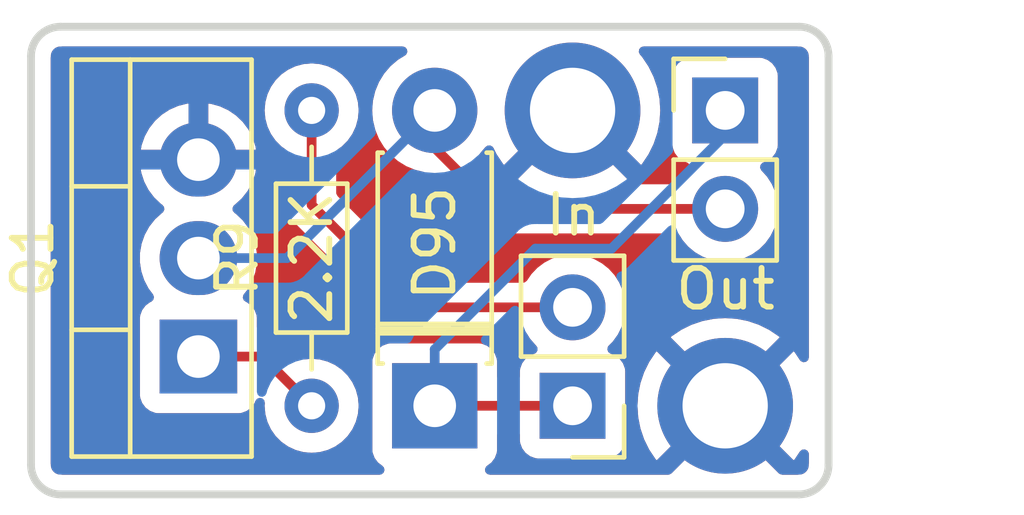
<source format=kicad_pcb>
(kicad_pcb (version 20211014) (generator pcbnew)
  (layers (0 "F.Cu" signal) (31 "B.Cu" signal) (34 "B.Paste" user) (35 "F.Paste" user) (36 "B.SilkS" user "B.Silkscreen") (37 "F.SilkS" user "F.Silkscreen") (38 "B.Mask" user) (39 "F.Mask" user) (44 "Edge.Cuts" user))
  (net 0 "")
  (net 1 "GND")
  (net 2 "+5V")
  (footprint "Diode_THT:D_DO-41_SOD81_P7.62mm_Horizontal" (layer "F.Cu") (at 94.488 36.83 90)
    (fp_text reference "D95" (at 4.191 0 90) (layer "F.SilkS"))
    (fp_text value "1N4001")
    (fp_line (start 6.53 -1.47) (end 6.53 -1.34) (layer "F.SilkS") (width 0.12))
    (fp_line (start 1.09 -1.47) (end 6.53 -1.47) (layer "F.SilkS") (width 0.12))
    (fp_line (start 1.87 -1.47) (end 1.87 1.47) (layer "F.SilkS") (width 0.12))
    (fp_line (start 6.53 1.47) (end 6.53 1.34) (layer "F.SilkS") (width 0.12))
    (fp_line (start 1.99 -1.47) (end 1.99 1.47) (layer "F.SilkS") (width 0.12))
    (fp_line (start 1.09 1.34) (end 1.09 1.47) (layer "F.SilkS") (width 0.12))
    (fp_line (start 1.09 1.47) (end 6.53 1.47) (layer "F.SilkS") (width 0.12))
    (fp_line (start 1.09 -1.34) (end 1.09 -1.47) (layer "F.SilkS") (width 0.12))
    (fp_line (start 2.11 -1.47) (end 2.11 1.47) (layer "F.SilkS") (width 0.12))
    (pad "1" thru_hole rect (at 0 0 90) (size 2.2 2.2) (drill 1.1) (layers *.Cu *.Mask) (net 2 "+5V"))
    (pad "2" thru_hole oval (at 7.62 0 90) (size 2.2 2.2) (drill 1.1) (layers *.Cu *.Mask))
  )
  (footprint "Resistor_THT:R_Axial_DIN0204_L3.6mm_D1.6mm_P7.62mm_Horizontal" (layer "F.Cu") (at 91.313 36.83 90)
    (fp_text reference "R9" (at 3.81 -1.92 90) (layer "F.SilkS"))
    (fp_text value "2.2K" (at 3.81 0 90) (layer "F.SilkS"))
    (fp_line (start 0.94 0) (end 1.89 0) (layer "F.SilkS") (width 0.12))
    (fp_line (start 1.89 -0.92) (end 1.89 0.92) (layer "F.SilkS") (width 0.12))
    (fp_line (start 1.89 0.92) (end 5.73 0.92) (layer "F.SilkS") (width 0.12))
    (fp_line (start 5.73 0.92) (end 5.73 -0.92) (layer "F.SilkS") (width 0.12))
    (fp_line (start 6.68 0) (end 5.73 0) (layer "F.SilkS") (width 0.12))
    (fp_line (start 5.73 -0.92) (end 1.89 -0.92) (layer "F.SilkS") (width 0.12))
    (pad "1" thru_hole circle (at 0 0 90) (size 1.4 1.4) (drill 0.7) (layers *.Cu *.Mask))
    (pad "2" thru_hole oval (at 7.62 0 90) (size 1.4 1.4) (drill 0.7) (layers *.Cu *.Mask))
  )
  (footprint "random-keyboard-parts:Generic-Mounthole" (layer "F.Cu") (at 98.044 29.21)
    (fp_text reference "REF**")
    (fp_text value "Generic-Mounthole")
    (pad "1" thru_hole circle locked (at 0 0) (size 3.500001 3.500001) (drill 2.2) (layers *.Cu *.Mask) (net 1 "GND"))
  )
  (footprint "" (layer "F.Cu") (at 101.981 36.83)
    (fp_text reference "" (at 0 0) (layer "F.SilkS") (effects (font (size 1.27 1.27))))
    (fp_text value "" (at 0 0) (layer "F.SilkS") (effects (font (size 1.27 1.27))))
    (pad "1" thru_hole circle locked (at 0 0) (size 3.500001 3.500001) (drill 2.2) (layers *.Cu *.Mask) (net 1 "GND"))
  )
  (footprint "Connector_PinHeader_2.54mm:PinHeader_1x02_P2.54mm_Vertical" (layer "F.Cu") (at 98.044 36.83 180)
    (fp_text reference "In" (at -0.01806 4.922454 180) (layer "F.SilkS"))
    (fp_text value "Conn_01x02_Female")
    (fp_line (start -1.33 1.27) (end -1.33 3.87) (layer "F.SilkS") (width 0.12))
    (fp_line (start -1.33 3.87) (end 1.33 3.87) (layer "F.SilkS") (width 0.12))
    (fp_line (start -1.33 0) (end -1.33 -1.33) (layer "F.SilkS") (width 0.12))
    (fp_line (start 1.33 1.27) (end 1.33 3.87) (layer "F.SilkS") (width 0.12))
    (fp_line (start -1.33 -1.33) (end 0 -1.33) (layer "F.SilkS") (width 0.12))
    (fp_line (start -1.33 1.27) (end 1.33 1.27) (layer "F.SilkS") (width 0.12))
    (pad "1" thru_hole rect (at 0 0 180) (size 1.7 1.7) (drill 1) (layers *.Cu *.Mask) (net 2 "+5V"))
    (pad "2" thru_hole oval (at 0 2.54 180) (size 1.7 1.7) (drill 1) (layers *.Cu *.Mask))
  )
  (footprint "Package_TO_SOT_THT:TO-220-3_Vertical" (layer "F.Cu") (at 88.392 35.56 90)
    (fp_text reference "Q1" (at 2.54 -4.27 90) (layer "F.SilkS"))
    (fp_text value "TIP120")
    (fp_line (start -2.58 -3.27) (end -2.58 1.371) (layer "F.SilkS") (width 0.12))
    (fp_line (start -2.58 1.371) (end 7.66 1.371) (layer "F.SilkS") (width 0.12))
    (fp_line (start -2.58 -1.76) (end 7.66 -1.76) (layer "F.SilkS") (width 0.12))
    (fp_line (start 0.69 -3.27) (end 0.69 -1.76) (layer "F.SilkS") (width 0.12))
    (fp_line (start 7.66 -3.27) (end 7.66 1.371) (layer "F.SilkS") (width 0.12))
    (fp_line (start -2.58 -3.27) (end 7.66 -3.27) (layer "F.SilkS") (width 0.12))
    (fp_line (start 4.391 -3.27) (end 4.391 -1.76) (layer "F.SilkS") (width 0.12))
    (pad "1" thru_hole rect (at 0 0 90) (size 1.905 2) (drill 1.1) (layers *.Cu *.Mask))
    (pad "2" thru_hole oval (at 2.54 0 90) (size 1.905 2) (drill 1.1) (layers *.Cu *.Mask))
    (pad "3" thru_hole oval (at 5.08 0 90) (size 1.905 2) (drill 1.1) (layers *.Cu *.Mask) (net 1 "GND"))
  )
  (footprint "Connector_PinHeader_2.54mm:PinHeader_1x02_P2.54mm_Vertical" (layer "F.Cu") (at 101.981 29.21)
    (fp_text reference "Out" (at 0.01003 4.607764 180) (layer "F.SilkS"))
    (fp_text value "Conn_01x02_Female")
    (fp_line (start -1.33 1.27) (end -1.33 3.87) (layer "F.SilkS") (width 0.12))
    (fp_line (start -1.33 3.87) (end 1.33 3.87) (layer "F.SilkS") (width 0.12))
    (fp_line (start -1.33 0) (end -1.33 -1.33) (layer "F.SilkS") (width 0.12))
    (fp_line (start 1.33 1.27) (end 1.33 3.87) (layer "F.SilkS") (width 0.12))
    (fp_line (start -1.33 -1.33) (end 0 -1.33) (layer "F.SilkS") (width 0.12))
    (fp_line (start -1.33 1.27) (end 1.33 1.27) (layer "F.SilkS") (width 0.12))
    (pad "1" thru_hole rect (at 0 0) (size 1.7 1.7) (drill 1) (layers *.Cu *.Mask) (net 2 "+5V"))
    (pad "2" thru_hole oval (at 0 2.54) (size 1.7 1.7) (drill 1) (layers *.Cu *.Mask))
  )
  (gr_arc (start 103.886 27.051) (mid 104.424815 27.274185) (end 104.648 27.813) (layer "Edge.Cuts") (width 0.2))
  (gr_line (start 104.648 27.813) (end 104.648 38.354) (layer "Edge.Cuts") (width 0.2))
  (gr_arc (start 84.074 27.813) (mid 84.297185 27.274185) (end 84.836 27.051) (layer "Edge.Cuts") (width 0.2))
  (gr_line (start 84.836 27.051) (end 103.886 27.051) (layer "Edge.Cuts") (width 0.2))
  (gr_line (start 84.836 39.116) (end 103.886 39.116) (layer "Edge.Cuts") (width 0.2))
  (gr_arc (start 104.648 38.354) (mid 104.424815 38.892815) (end 103.886 39.116) (layer "Edge.Cuts") (width 0.2))
  (gr_line (start 84.074 27.813) (end 84.074 38.354) (layer "Edge.Cuts") (width 0.2))
  (gr_arc (start 84.836 39.116) (mid 84.297185 38.892815) (end 84.074 38.354) (layer "Edge.Cuts") (width 0.2))
  (segment (start 90.043 35.56) (end 91.313 36.83) (width 0.25) (layer "F.Cu") (net 0))
  (segment (start 94.488 30.178582) (end 96.059418 31.75) (width 0.25) (layer "F.Cu") (net 0))
  (segment (start 96.059418 31.75) (end 101.981 31.75) (width 0.25) (layer "F.Cu") (net 0))
  (segment (start 91.313 31.648883) (end 93.954117 34.29) (width 0.25) (layer "F.Cu") (net 0))
  (segment (start 94.488 29.21) (end 94.488 30.178582) (width 0.25) (layer "F.Cu") (net 0))
  (segment (start 93.954117 34.29) (end 98.044 34.29) (width 0.25) (layer "F.Cu") (net 0))
  (segment (start 91.313 29.21) (end 91.313 31.648883) (width 0.25) (layer "F.Cu") (net 0))
  (segment (start 88.392 35.56) (end 90.043 35.56) (width 0.25) (layer "F.Cu") (net 0))
  (segment (start 88.392 33.02) (end 90.678 33.02) (width 0.25) (layer "B.Cu") (net 0))
  (segment (start 90.678 33.02) (end 94.488 29.21) (width 0.25) (layer "B.Cu") (net 0))
  (segment (start 98.044 36.83) (end 94.488 36.83) (width 0.25) (layer "F.Cu") (net 2))
  (segment (start 99.049729 32.775827) (end 101.981 29.844556) (width 0.25) (layer "B.Cu") (net 2))
  (segment (start 97.085245 32.775827) (end 99.049729 32.775827) (width 0.25) (layer "B.Cu") (net 2))
  (segment (start 94.488 36.83) (end 94.488 35.373072) (width 0.25) (layer "B.Cu") (net 2))
  (segment (start 94.488 35.373072) (end 97.085245 32.775827) (width 0.25) (layer "B.Cu") (net 2))
  (segment (start 101.981 29.844556) (end 101.981 29.21) (width 0.25) (layer "B.Cu") (net 2))
  (zone (net 1) (net_name "GND") (layers F&B.Cu) (connect_pads (clearance 0.508)) (min_thickness 0.254) (fill yes (thermal_gap 0.508) (thermal_bridge_width 0.508))
    (polygon (pts (xy 105.464152 39.65695) (xy 83.344706 39.635243) (xy 83.344706 26.415672) (xy 105.442445 26.372258)))
  )
)
</source>
